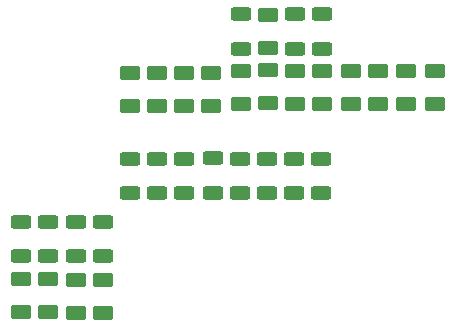
<source format=gbp>
G04 #@! TF.GenerationSoftware,KiCad,Pcbnew,8.0.5*
G04 #@! TF.CreationDate,2024-10-29T22:07:05+01:00*
G04 #@! TF.ProjectId,pwm_i2c,70776d5f-6932-4632-9e6b-696361645f70,rev?*
G04 #@! TF.SameCoordinates,Original*
G04 #@! TF.FileFunction,Paste,Bot*
G04 #@! TF.FilePolarity,Positive*
%FSLAX46Y46*%
G04 Gerber Fmt 4.6, Leading zero omitted, Abs format (unit mm)*
G04 Created by KiCad (PCBNEW 8.0.5) date 2024-10-29 22:07:05*
%MOMM*%
%LPD*%
G01*
G04 APERTURE LIST*
G04 Aperture macros list*
%AMRoundRect*
0 Rectangle with rounded corners*
0 $1 Rounding radius*
0 $2 $3 $4 $5 $6 $7 $8 $9 X,Y pos of 4 corners*
0 Add a 4 corners polygon primitive as box body*
4,1,4,$2,$3,$4,$5,$6,$7,$8,$9,$2,$3,0*
0 Add four circle primitives for the rounded corners*
1,1,$1+$1,$2,$3*
1,1,$1+$1,$4,$5*
1,1,$1+$1,$6,$7*
1,1,$1+$1,$8,$9*
0 Add four rect primitives between the rounded corners*
20,1,$1+$1,$2,$3,$4,$5,0*
20,1,$1+$1,$4,$5,$6,$7,0*
20,1,$1+$1,$6,$7,$8,$9,0*
20,1,$1+$1,$8,$9,$2,$3,0*%
G04 Aperture macros list end*
%ADD10RoundRect,0.250000X0.625000X-0.375000X0.625000X0.375000X-0.625000X0.375000X-0.625000X-0.375000X0*%
%ADD11RoundRect,0.250000X-0.625000X0.375000X-0.625000X-0.375000X0.625000X-0.375000X0.625000X0.375000X0*%
%ADD12RoundRect,0.250000X0.625000X-0.312500X0.625000X0.312500X-0.625000X0.312500X-0.625000X-0.312500X0*%
%ADD13RoundRect,0.250000X-0.625000X0.312500X-0.625000X-0.312500X0.625000X-0.312500X0.625000X0.312500X0*%
G04 APERTURE END LIST*
D10*
X79500000Y-61700000D03*
X79500000Y-58900000D03*
X63200000Y-84137500D03*
X63200000Y-81337500D03*
D11*
X91200000Y-63700000D03*
X91200000Y-66500000D03*
X88800000Y-63700000D03*
X88800000Y-66500000D03*
X67800000Y-63800000D03*
X67800000Y-66600000D03*
X86500000Y-63700000D03*
X86500000Y-66500000D03*
D10*
X77200000Y-66500000D03*
X77200000Y-63700000D03*
X58600000Y-84100000D03*
X58600000Y-81300000D03*
X79500000Y-66400000D03*
X79500000Y-63600000D03*
D12*
X84100000Y-61762500D03*
X84100000Y-58837500D03*
D13*
X72400000Y-71075000D03*
X72400000Y-74000000D03*
X79400000Y-71075000D03*
X79400000Y-74000000D03*
D12*
X65500000Y-79362500D03*
X65500000Y-76437500D03*
D13*
X70100000Y-71075000D03*
X70100000Y-74000000D03*
X84000000Y-71075000D03*
X84000000Y-74000000D03*
D12*
X58600000Y-79362500D03*
X58600000Y-76437500D03*
D10*
X65500000Y-84137500D03*
X65500000Y-81337500D03*
D11*
X93600000Y-63700000D03*
X93600000Y-66500000D03*
D13*
X77100000Y-71075000D03*
X77100000Y-74000000D03*
D10*
X81800000Y-66500000D03*
X81800000Y-63700000D03*
D12*
X81787532Y-61771015D03*
X81787532Y-58846015D03*
D11*
X72400000Y-63800000D03*
X72400000Y-66600000D03*
D13*
X74800000Y-71037500D03*
X74800000Y-73962500D03*
D12*
X60900000Y-79362500D03*
X60900000Y-76437500D03*
D11*
X70100000Y-63800000D03*
X70100000Y-66600000D03*
X74700000Y-63800000D03*
X74700000Y-66600000D03*
D12*
X77195001Y-61765007D03*
X77195001Y-58840007D03*
D10*
X84105338Y-66496645D03*
X84105338Y-63696645D03*
X60900000Y-84100000D03*
X60900000Y-81300000D03*
D13*
X67800000Y-71075000D03*
X67800000Y-74000000D03*
X81700000Y-71075000D03*
X81700000Y-74000000D03*
D12*
X63200000Y-79362500D03*
X63200000Y-76437500D03*
M02*

</source>
